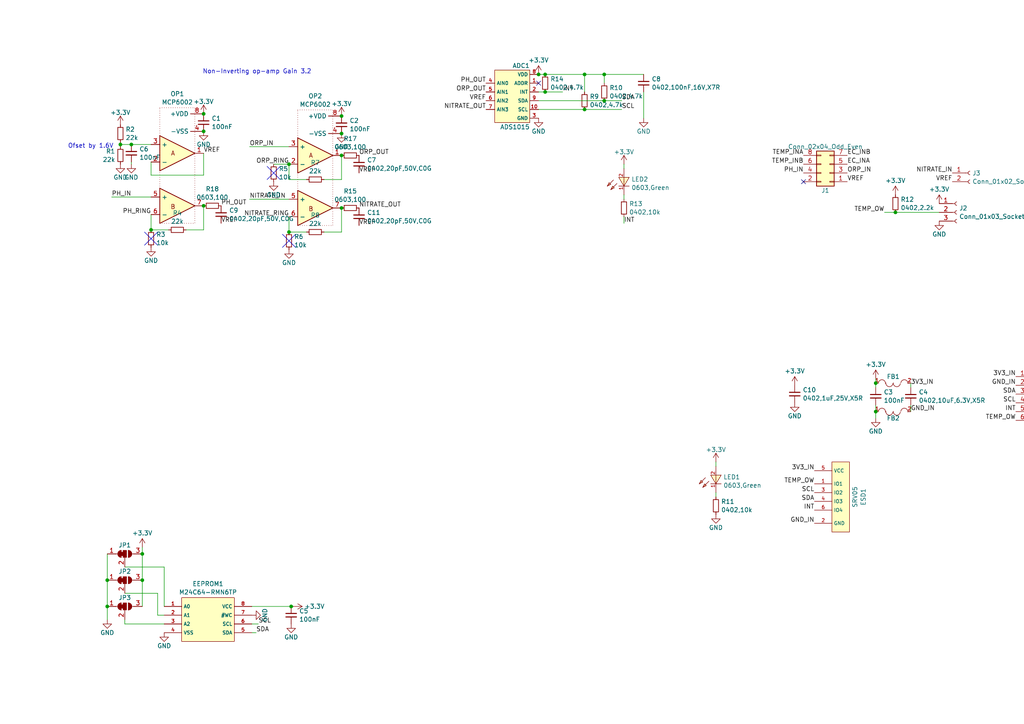
<source format=kicad_sch>
(kicad_sch (version 20230121) (generator eeschema)
  (paper "A4")
  (lib_symbols
    (symbol "Connector:Conn_01x02_Socket" (pin_names (offset 1.016) hide)
      (property "Reference" "J" (at 0 2.54 0))
      (property "Value" "Conn_01x02_Socket" (at 0 -5.08 0))
      (symbol "Conn_01x02_Socket_1_1"
        (arc (start 0 -2.032) (mid -0.5058 -2.54) (end 0 -3.048) (stroke (width 0.1524)))
        (polyline (pts (xy -1.27 -2.54) (xy -0.508 -2.54)) (stroke (width 0.1524)))
        (polyline (pts (xy -1.27 0) (xy -0.508 0)) (stroke (width 0.1524)))
        (arc (start 0 0.508) (mid -0.5058 0) (end 0 -0.508) (stroke (width 0.1524)))
        (pin passive line (at -5.08 0 0) (length 3.81) (name "Pin_1") (number "1"))
        (pin passive line (at -5.08 -2.54 0) (length 3.81) (name "Pin_2") (number "2"))
      )
    )
    (symbol "Connector:Conn_01x03_Socket" (pin_names (offset 1.016) hide)
      (property "Reference" "J" (at 0 5.08 0))
      (property "Value" "Conn_01x03_Socket" (at 0 -5.08 0))
      (symbol "Conn_01x03_Socket_1_1"
        (arc (start 0 -2.032) (mid -0.5058 -2.54) (end 0 -3.048) (stroke (width 0.1524)))
        (polyline (pts (xy -1.27 -2.54) (xy -0.508 -2.54)) (stroke (width 0.1524)))
        (polyline (pts (xy -1.27 0) (xy -0.508 0)) (stroke (width 0.1524)))
        (polyline (pts (xy -1.27 2.54) (xy -0.508 2.54)) (stroke (width 0.1524)))
        (arc (start 0 0.508) (mid -0.5058 0) (end 0 -0.508) (stroke (width 0.1524)))
        (arc (start 0 3.048) (mid -0.5058 2.54) (end 0 2.032) (stroke (width 0.1524)))
        (pin passive line (at -5.08 2.54 0) (length 3.81) (name "Pin_1") (number "1"))
        (pin passive line (at -5.08 0 0) (length 3.81) (name "Pin_2") (number "2"))
        (pin passive line (at -5.08 -2.54 0) (length 3.81) (name "Pin_3") (number "3"))
      )
    )
    (symbol "Connector_Generic:Conn_01x06" (pin_names (offset 1.016) hide)
      (property "Reference" "J" (at 0 7.62 0))
      (property "Value" "Conn_01x06" (at 0 -10.16 0))
      (symbol "Conn_01x06_1_1"
        (rectangle (start -1.27 -7.493) (end 0 -7.747) (stroke (width 0.1524)))
        (rectangle (start -1.27 -4.953) (end 0 -5.207) (stroke (width 0.1524)))
        (rectangle (start -1.27 -2.413) (end 0 -2.667) (stroke (width 0.1524)))
        (rectangle (start -1.27 0.127) (end 0 -0.127) (stroke (width 0.1524)))
        (rectangle (start -1.27 2.667) (end 0 2.413) (stroke (width 0.1524)))
        (rectangle (start -1.27 5.207) (end 0 4.953) (stroke (width 0.1524)))
        (rectangle (start -1.27 6.35) (end 1.27 -8.89) (stroke (width 0.254)) (fill (type background)))
        (pin passive line (at -5.08 5.08 0) (length 3.81) (name "Pin_1") (number "1"))
        (pin passive line (at -5.08 2.54 0) (length 3.81) (name "Pin_2") (number "2"))
        (pin passive line (at -5.08 0 0) (length 3.81) (name "Pin_3") (number "3"))
        (pin passive line (at -5.08 -2.54 0) (length 3.81) (name "Pin_4") (number "4"))
        (pin passive line (at -5.08 -5.08 0) (length 3.81) (name "Pin_5") (number "5"))
        (pin passive line (at -5.08 -7.62 0) (length 3.81) (name "Pin_6") (number "6"))
      )
    )
    (symbol "Connector_Generic:Conn_02x04_Odd_Even" (pin_names (offset 1.016) hide)
      (property "Reference" "J" (at 1.27 5.08 0))
      (property "Value" "Conn_02x04_Odd_Even" (at 1.27 -7.62 0))
      (symbol "Conn_02x04_Odd_Even_1_1"
        (rectangle (start -1.27 -4.953) (end 0 -5.207) (stroke (width 0.1524)))
        (rectangle (start -1.27 -2.413) (end 0 -2.667) (stroke (width 0.1524)))
        (rectangle (start -1.27 0.127) (end 0 -0.127) (stroke (width 0.1524)))
        (rectangle (start -1.27 2.667) (end 0 2.413) (stroke (width 0.1524)))
        (rectangle (start -1.27 3.81) (end 3.81 -6.35) (stroke (width 0.254)) (fill (type background)))
        (rectangle (start 3.81 -4.953) (end 2.54 -5.207) (stroke (width 0.1524)))
        (rectangle (start 3.81 -2.413) (end 2.54 -2.667) (stroke (width 0.1524)))
        (rectangle (start 3.81 0.127) (end 2.54 -0.127) (stroke (width 0.1524)))
        (rectangle (start 3.81 2.667) (end 2.54 2.413) (stroke (width 0.1524)))
        (pin passive line (at -5.08 2.54 0) (length 3.81) (name "Pin_1") (number "1"))
        (pin passive line (at 7.62 2.54 180) (length 3.81) (name "Pin_2") (number "2"))
        (pin passive line (at -5.08 0 0) (length 3.81) (name "Pin_3") (number "3"))
        (pin passive line (at 7.62 0 180) (length 3.81) (name "Pin_4") (number "4"))
        (pin passive line (at -5.08 -2.54 0) (length 3.81) (name "Pin_5") (number "5"))
        (pin passive line (at 7.62 -2.54 180) (length 3.81) (name "Pin_6") (number "6"))
        (pin passive line (at -5.08 -5.08 0) (length 3.81) (name "Pin_7") (number "7"))
        (pin passive line (at 7.62 -5.08 180) (length 3.81) (name "Pin_8") (number "8"))
      )
    )
    (symbol "Jumper:SolderJumper_3_Bridged12" (pin_names (offset 0) hide)
      (property "Reference" "JP" (at -2.54 -2.54 0))
      (property "Value" "SolderJumper_3_Bridged12" (at 0 2.794 0))
      (symbol "SolderJumper_3_Bridged12_0_1"
        (rectangle (start -1.016 0.508) (end -0.508 -0.508) (fill (type outline)))
        (arc (start -1.016 1.016) (mid -2.0276 0) (end -1.016 -1.016))
        (arc (start -1.016 1.016) (mid -2.0276 0) (end -1.016 -1.016) (fill (type outline)))
        (rectangle (start -0.508 1.016) (end 0.508 -1.016) (fill (type outline)))
        (polyline (pts (xy -2.54 0) (xy -2.032 0)))
        (polyline (pts (xy -1.016 1.016) (xy -1.016 -1.016)))
        (polyline (pts (xy 0 -1.27) (xy 0 -1.016)))
        (polyline (pts (xy 1.016 1.016) (xy 1.016 -1.016)))
        (polyline (pts (xy 2.54 0) (xy 2.032 0)))
        (arc (start 1.016 -1.016) (mid 2.0276 0) (end 1.016 1.016))
        (arc (start 1.016 -1.016) (mid 2.0276 0) (end 1.016 1.016) (fill (type outline)))
      )
      (symbol "SolderJumper_3_Bridged12_1_1"
        (pin passive line (at -5.08 0 0) (length 2.54) (name "A") (number "1"))
        (pin passive line (at 0 -3.81 90) (length 2.54) (name "C") (number "2"))
        (pin passive line (at 5.08 0 180) (length 2.54) (name "B") (number "3"))
      )
    )
    (symbol "MCP6002T-I_SN_1"
      (property "Reference" "OP" (at 1.27 -1.27 0))
      (property "Value" "MCP6002" (at 5.08 -19.05 0))
      (symbol "MCP6002T-I_SN_1_0_1"
        (polyline (pts (xy 0 -21.59) (xy 10.16 -26.67) (xy 0 -31.75) (xy 0 -21.59)) (stroke (width 0.254)) (fill (type background)))
        (polyline (pts (xy 0 -6.35) (xy 10.16 -11.43) (xy 0 -16.51) (xy 0 -6.35)) (stroke (width 0.254)) (fill (type background)))
      )
      (symbol "MCP6002T-I_SN_1_1_1"
        (rectangle (start 0 1.778) (end 10.16 -31.75) (stroke (width 0) (type dot)))
        (text "A\n" (at 3.81 -11.43 0) (effects (font (size 1.27 1.27))))
        (text "B\n\n" (at 3.81 -27.94 0) (effects (font (size 1.27 1.27))))
        (pin output line (at 12.7 -11.43 180) (length 2.54) (name "~") (number "1"))
        (pin input line (at -2.54 -13.97 0) (length 2.54) (name "-") (number "2"))
        (pin input line (at -2.54 -8.89 0) (length 2.54) (name "+") (number "3"))
        (pin power_in line (at 12.7 -5.08 180) (length 3.81) (name "-VSS") (number "4"))
        (pin input line (at -2.54 -24.13 0) (length 2.54) (name "+") (number "5"))
        (pin input line (at -2.54 -29.21 0) (length 2.54) (name "-") (number "6"))
        (pin output line (at 12.7 -26.67 180) (length 2.54) (name "~") (number "7"))
        (pin power_in line (at 12.7 0 180) (length 3.81) (name "+VDD") (number "8"))
      )
    )
    (symbol "jlcpcb-basic-capacitor:0402,100nF,16V,X7R "
      (property "Reference" "C" (at 1.71 0.508 0))
      (property "Value" "0402,100nF,16V,X7R " (at 1.71 -1.016 0))
      (symbol "0402,100nF,16V,X7R _0_0"
        (polyline (pts (xy -1.524 -0.508) (xy 1.524 -0.508)) (stroke (width 0.3048)))
        (polyline (pts (xy -1.524 0.508) (xy 1.524 0.508)) (stroke (width 0.3048)))
        (pin passive line (at 0 2.54 270) (length 2.032) (name "~") (number "1"))
        (pin passive line (at 0 -2.54 90) (length 2.032) (name "~") (number "2"))
      )
    )
    (symbol "jlcpcb-basic-capacitor:0402,10uF,6.3V,X5R "
      (property "Reference" "C" (at 1.71 0.508 0))
      (property "Value" "0402,10uF,6.3V,X5R " (at 1.71 -1.016 0))
      (symbol "0402,10uF,6.3V,X5R _0_0"
        (polyline (pts (xy -1.524 -0.508) (xy 1.524 -0.508)) (stroke (width 0.3048)))
        (polyline (pts (xy -1.524 0.508) (xy 1.524 0.508)) (stroke (width 0.3048)))
        (pin passive line (at 0 2.54 270) (length 2.032) (name "~") (number "1"))
        (pin passive line (at 0 -2.54 90) (length 2.032) (name "~") (number "2"))
      )
    )
    (symbol "jlcpcb-basic-capacitor:0402,1uF,25V,X5R "
      (property "Reference" "C" (at 1.71 0.508 0))
      (property "Value" "0402,1uF,25V,X5R " (at 1.71 -1.016 0))
      (symbol "0402,1uF,25V,X5R _0_0"
        (polyline (pts (xy -1.524 -0.508) (xy 1.524 -0.508)) (stroke (width 0.3048)))
        (polyline (pts (xy -1.524 0.508) (xy 1.524 0.508)) (stroke (width 0.3048)))
        (pin passive line (at 0 2.54 270) (length 2.032) (name "~") (number "1"))
        (pin passive line (at 0 -2.54 90) (length 2.032) (name "~") (number "2"))
      )
    )
    (symbol "jlcpcb-basic-capacitor:0402,20pF,50V,C0G "
      (property "Reference" "C" (at 1.71 0.508 0))
      (property "Value" "0402,20pF,50V,C0G " (at 1.71 -1.016 0))
      (symbol "0402,20pF,50V,C0G _0_0"
        (polyline (pts (xy -1.524 -0.508) (xy 1.524 -0.508)) (stroke (width 0.3048)))
        (polyline (pts (xy -1.524 0.508) (xy 1.524 0.508)) (stroke (width 0.3048)))
        (pin passive line (at 0 2.54 270) (length 2.032) (name "~") (number "1"))
        (pin passive line (at 0 -2.54 90) (length 2.032) (name "~") (number "2"))
      )
    )
    (symbol "jlcpcb-basic-resistor:0402,10k"
      (property "Reference" "R" (at 0.762 0.508 0))
      (property "Value" "0402,10k" (at 0.762 -1.016 0))
      (symbol "0402,10k_0_0"
        (rectangle (start -0.762 1.778) (end 0.762 -1.778) (stroke (width 0.2032)))
        (pin passive line (at 0 2.54 270) (length 0.762) (name "~") (number "1"))
        (pin passive line (at 0 -2.54 90) (length 0.762) (name "~") (number "2"))
      )
    )
    (symbol "jlcpcb-basic-resistor:0402,2.2k"
      (property "Reference" "R" (at 0.762 0.508 0))
      (property "Value" "0402,2.2k" (at 0.762 -1.016 0))
      (symbol "0402,2.2k_0_0"
        (rectangle (start -0.762 1.778) (end 0.762 -1.778) (stroke (width 0.2032)))
        (pin passive line (at 0 2.54 270) (length 0.762) (name "~") (number "1"))
        (pin passive line (at 0 -2.54 90) (length 0.762) (name "~") (number "2"))
      )
    )
    (symbol "jlcpcb-basic-resistor:0402,4.7k"
      (property "Reference" "R" (at 0.762 0.508 0))
      (property "Value" "0402,4.7k" (at 0.762 -1.016 0))
      (symbol "0402,4.7k_0_0"
        (rectangle (start -0.762 1.778) (end 0.762 -1.778) (stroke (width 0.2032)))
        (pin passive line (at 0 2.54 270) (length 0.762) (name "~") (number "1"))
        (pin passive line (at 0 -2.54 90) (length 0.762) (name "~") (number "2"))
      )
    )
    (symbol "jlcpcb-basic-resistor:0603,100"
      (property "Reference" "R" (at 0.762 0.508 0))
      (property "Value" "0603,100" (at 0.762 -1.016 0))
      (symbol "0603,100_0_0"
        (rectangle (start -0.762 1.778) (end 0.762 -1.778) (stroke (width 0.2032)))
        (pin passive line (at 0 2.54 270) (length 0.762) (name "~") (number "1"))
        (pin passive line (at 0 -2.54 90) (length 0.762) (name "~") (number "2"))
      )
    )
    (symbol "jlcpcb-basic-resistor:0603,10k"
      (property "Reference" "R" (at 0.762 0.508 0))
      (property "Value" "0603,10k" (at 0.762 -1.016 0))
      (symbol "0603,10k_0_0"
        (rectangle (start -0.762 1.778) (end 0.762 -1.778) (stroke (width 0.2032)))
        (pin passive line (at 0 2.54 270) (length 0.762) (name "~") (number "1"))
        (pin passive line (at 0 -2.54 90) (length 0.762) (name "~") (number "2"))
      )
    )
    (symbol "jlcpcb-basic-resistor:0603,22k"
      (property "Reference" "R" (at 0.762 0.508 0))
      (property "Value" "0603,22k" (at 0.762 -1.016 0))
      (symbol "0603,22k_0_0"
        (rectangle (start -0.762 1.778) (end 0.762 -1.778) (stroke (width 0.2032)))
        (pin passive line (at 0 2.54 270) (length 0.762) (name "~") (number "1"))
        (pin passive line (at 0 -2.54 90) (length 0.762) (name "~") (number "2"))
      )
    )
    (symbol "jlcpcb-chips-crystals:M24C64-RMN6TP"
      (property "Reference" "U" (at 0 1.27 0))
      (property "Value" "M24C64-RMN6TP" (at 0 -2.54 0))
      (symbol "M24C64-RMN6TP_0_1"
        (rectangle (start -7.62 6.35) (end 7.62 -6.35) (fill (type background)))
        (pin unspecified line (at -12.7 3.81 0) (length 5.08) (name "A0") (number "1"))
        (pin unspecified line (at -12.7 1.27 0) (length 5.08) (name "A1") (number "2"))
        (pin unspecified line (at -12.7 -1.27 0) (length 5.08) (name "A2") (number "3"))
        (pin power_in line (at -12.7 -3.81 0) (length 5.08) (name "VSS") (number "4"))
        (pin bidirectional line (at 12.7 -3.81 180) (length 5.08) (name "SDA") (number "5"))
        (pin unspecified line (at 12.7 -1.27 180) (length 5.08) (name "SCL") (number "6"))
        (pin unspecified line (at 12.7 1.27 180) (length 5.08) (name "#WC") (number "7"))
        (pin power_in line (at 12.7 3.81 180) (length 5.08) (name "VCC") (number "8"))
      )
    )
    (symbol "jlcpcb-diodes:0603,Green" (pin_names hide)
      (property "Reference" "LED" (at 0 1.27 0))
      (property "Value" "0603,Green" (at 0 -2.54 0))
      (symbol "0603,Green_0_1"
        (polyline (pts (xy -1.27 1.524) (xy -1.27 -1.524)))
        (polyline (pts (xy -0.508 2.032) (xy -2.286 3.81)))
        (polyline (pts (xy 0.508 3.048) (xy -1.27 4.826)))
        (polyline (pts (xy -2.286 3.81) (xy -1.27 3.302) (xy -1.778 2.794) (xy -2.286 3.81)) (fill (type background)))
        (polyline (pts (xy -1.27 4.826) (xy -0.254 4.318) (xy -0.762 3.81) (xy -1.27 4.826)) (fill (type background)))
        (polyline (pts (xy 1.27 -1.524) (xy -1.27 0) (xy 1.27 1.524) (xy 1.27 -1.524)) (fill (type background)))
        (pin input line (at -3.81 0 0) (length 3.81) (name "C") (number "1"))
        (pin input line (at 3.81 0 180) (length 3.81) (name "A") (number "2"))
      )
    )
    (symbol "jlcpcb-diodes:SRV05"
      (property "Reference" "ESD" (at 0 11.43 0))
      (property "Value" "SRV05" (at 2.54 -11.43 0))
      (symbol "SRV05_0_1"
        (rectangle (start 0 10.16) (end 5.08 -10.16) (fill (type background)))
      )
      (symbol "SRV05_1_1"
        (pin bidirectional line (at -5.08 3.81 0) (length 5.08) (name "IO1") (number "1"))
        (pin power_in line (at -5.08 -7.62 0) (length 5.08) (name "GND") (number "2"))
        (pin bidirectional line (at -5.08 1.27 0) (length 5.08) (name "IO2") (number "3"))
        (pin bidirectional line (at -5.08 -1.27 0) (length 5.08) (name "IO3") (number "4"))
        (pin power_in line (at -5.08 7.62 0) (length 5.08) (name "VCC") (number "5"))
        (pin bidirectional line (at -5.08 -3.81 0) (length 5.08) (name "IO4") (number "6"))
      )
    )
    (symbol "jlcpcb-extended:ADS1115IDGSR"
      (property "Reference" "ADC" (at -5.08 8.89 0))
      (property "Value" "ADS1115" (at -5.08 -8.89 0))
      (symbol "ADS1115IDGSR_0_1"
        (rectangle (start -5.08 7.62) (end 5.08 -7.62) (fill (type background)))
        (pin unspecified line (at -7.62 3.81 0) (length 2.54) (name "ADDR") (number "1"))
        (pin unspecified line (at -7.62 -3.81 0) (length 2.54) (name "SCL") (number "10"))
        (pin unspecified line (at -7.62 -6.35 0) (length 2.54) (name "GND") (number "3"))
        (pin unspecified line (at 7.62 3.81 180) (length 2.54) (name "AIN0") (number "4"))
        (pin unspecified line (at 7.62 1.27 180) (length 2.54) (name "AIN1") (number "5"))
        (pin unspecified line (at 7.62 -1.27 180) (length 2.54) (name "AIN2") (number "6"))
        (pin unspecified line (at 7.62 -3.81 180) (length 2.54) (name "AIN3") (number "7"))
        (pin unspecified line (at -7.62 6.35 0) (length 2.54) (name "VDD") (number "8"))
        (pin unspecified line (at -7.62 -1.27 0) (length 2.54) (name "SDA") (number "9"))
      )
      (symbol "ADS1115IDGSR_1_1"
        (pin unspecified line (at -7.62 1.27 0) (length 2.54) (name "INT") (number "2"))
      )
    )
    (symbol "jlcpcb-inductors-ferrite-beads:0603,200mA" (pin_names hide)
      (property "Reference" "FB" (at 0 1.27 0))
      (property "Value" "0603,200mA" (at 0 -2.54 0))
      (symbol "0603,200mA_0_1"
        (arc (start -2.2674 -0.1341) (mid -3.1595 0.9883) (end -4.2858 0.1011))
        (arc (start -2.1318 0.1001) (mid -1.2406 -1.0269) (end -0.1135 -0.1357))
        (arc (start 0.0196 0.1001) (mid 0.9107 -1.0268) (end 2.0378 -0.1357))
        (arc (start 4.2312 -0.1341) (mid 3.3391 0.9883) (end 2.2128 0.1011))
        (pin unspecified line (at -5.08 0 0) (length 0.762) (name "1") (number "1"))
        (pin unspecified line (at 5.08 0 180) (length 0.762) (name "2") (number "2"))
      )
    )
    (symbol "power:+3.3V" (power) (pin_names (offset 0))
      (property "Value" "+3.3V" (at 0 3.556 0))
      (symbol "+3.3V_0_1"
        (polyline (pts (xy -0.762 1.27) (xy 0 2.54)))
        (polyline (pts (xy 0 0) (xy 0 2.54)))
        (polyline (pts (xy 0 2.54) (xy 0.762 1.27)))
      )
      (symbol "+3.3V_1_1"
        (pin power_in line (at 0 0 90) (length 0) hide (name "+3.3V") (number "1"))
      )
    )
    (symbol "power:GND" (power) (pin_names (offset 0))
      (property "Value" "GND" (at 0 -3.81 0))
      (symbol "GND_0_1"
        (polyline (pts (xy 0 0) (xy 0 -1.27) (xy 1.27 -1.27) (xy 0 -2.54) (xy -1.27 -1.27) (xy 0 -1.27)))
      )
      (symbol "GND_1_1"
        (pin power_in line (at 0 0 270) (length 0) hide (name "GND") (number "1"))
      )
    )
  )
  (junction (at 99.06 38.735))
  (junction (at 99.06 45.085))
  (junction (at 59.055 38.1))
  (junction (at 158.115 26.67))
  (junction (at 83.82 47.625))
  (junction (at 43.815 66.675))
  (junction (at 41.275 160.655))
  (junction (at 259.715 61.595))
  (junction (at 59.055 33.02))
  (junction (at 158.115 21.59))
  (junction (at 31.115 175.895))
  (junction (at 175.26 21.59))
  (junction (at 254 111.125))
  (junction (at 254 119.38))
  (junction (at 169.545 31.75))
  (junction (at 59.055 59.69))
  (junction (at 34.925 41.91))
  (junction (at 99.06 33.655))
  (junction (at 41.275 168.275))
  (junction (at 84.455 175.895))
  (junction (at 31.115 168.275))
  (junction (at 99.06 60.325))
  (junction (at 38.1 41.91))
  (junction (at 169.545 21.59))
  (junction (at 175.26 29.21))
  (junction (at 156.21 21.59))
  (junction (at 83.82 67.31))
  (no_connect (at 156.21 24.13))
  (no_connect (at 233.045 52.705))
  (wire (pts (xy 41.275 168.275) (xy 41.275 175.895)))
  (wire (pts (xy 34.925 41.91) (xy 34.925 41.275)))
  (wire (pts (xy 254 121.285) (xy 254 119.38)))
  (wire (pts (xy 36.195 180.975) (xy 47.625 180.975)))
  (wire (pts (xy 254 112.395) (xy 254 111.125)))
  (wire (pts (xy 31.115 160.655) (xy 31.115 168.275)))
  (wire (pts (xy 41.275 160.655) (xy 41.275 168.275)))
  (wire (pts (xy 43.815 66.675) (xy 48.895 66.675)))
  (wire (pts (xy 180.34 31.75) (xy 169.545 31.75)))
  (wire (pts (xy 156.21 31.75) (xy 169.545 31.75)))
  (wire (pts (xy 34.925 41.91) (xy 38.1 41.91)))
  (wire (pts (xy 169.545 26.67) (xy 169.545 21.59)))
  (wire (pts (xy 256.54 61.595) (xy 259.715 61.595)))
  (polyline (pts (xy 81.915 71.755) (xy 85.725 67.945)))
  (wire (pts (xy 180.975 56.515) (xy 180.975 57.785)))
  (wire (pts (xy 180.975 48.895) (xy 180.975 47.625)))
  (wire (pts (xy 93.98 52.07) (xy 99.06 52.07)))
  (wire (pts (xy 31.115 175.895) (xy 31.115 179.705)))
  (wire (pts (xy 45.72 178.435) (xy 47.625 178.435)))
  (wire (pts (xy 41.275 158.75) (xy 41.275 160.655)))
  (wire (pts (xy 99.06 67.31) (xy 99.06 60.325)))
  (wire (pts (xy 186.69 34.29) (xy 186.69 26.67)))
  (wire (pts (xy 72.39 57.785) (xy 83.82 57.785)))
  (wire (pts (xy 53.975 66.675) (xy 59.055 66.675)))
  (wire (pts (xy 264.16 119.38) (xy 264.16 117.475)))
  (wire (pts (xy 47.625 164.465) (xy 47.625 175.895)))
  (wire (pts (xy 254 117.475) (xy 254 119.38)))
  (wire (pts (xy 83.82 62.865) (xy 83.82 67.31)))
  (wire (pts (xy 36.195 164.465) (xy 47.625 164.465)))
  (wire (pts (xy 156.21 29.21) (xy 175.26 29.21)))
  (wire (pts (xy 186.69 21.59) (xy 175.26 21.59)))
  (wire (pts (xy 38.1 41.91) (xy 43.815 41.91)))
  (wire (pts (xy 83.82 47.625) (xy 83.82 52.07)))
  (wire (pts (xy 175.26 21.59) (xy 169.545 21.59)))
  (wire (pts (xy 259.715 61.595) (xy 272.415 61.595)))
  (wire (pts (xy 74.295 183.515) (xy 73.025 183.515)))
  (wire (pts (xy 156.21 21.59) (xy 158.115 21.59)))
  (polyline (pts (xy 77.47 52.07) (xy 81.28 48.26)))
  (wire (pts (xy 83.82 67.31) (xy 88.9 67.31)))
  (wire (pts (xy 31.115 168.275) (xy 31.115 175.895)))
  (wire (pts (xy 83.82 52.07) (xy 88.9 52.07)))
  (wire (pts (xy 254 109.855) (xy 254 111.125)))
  (wire (pts (xy 175.26 24.13) (xy 175.26 21.59)))
  (wire (pts (xy 158.115 21.59) (xy 169.545 21.59)))
  (wire (pts (xy 180.975 64.77) (xy 180.975 62.865)))
  (wire (pts (xy 43.815 46.99) (xy 43.815 50.8)))
  (wire (pts (xy 85.09 175.895) (xy 84.455 175.895)))
  (wire (pts (xy 207.645 142.875) (xy 207.645 144.145)))
  (wire (pts (xy 163.195 26.67) (xy 158.115 26.67)))
  (wire (pts (xy 36.195 172.085) (xy 45.72 172.085)))
  (wire (pts (xy 59.055 66.675) (xy 59.055 59.69)))
  (polyline (pts (xy 81.915 67.945) (xy 85.725 71.755)))
  (wire (pts (xy 43.815 62.23) (xy 43.815 66.675)))
  (wire (pts (xy 45.72 172.085) (xy 45.72 178.435)))
  (polyline (pts (xy 41.91 67.31) (xy 45.72 71.12)))
  (wire (pts (xy 83.82 47.625) (xy 79.375 47.625)))
  (wire (pts (xy 264.16 112.395) (xy 264.16 111.125)))
  (wire (pts (xy 72.39 42.545) (xy 83.82 42.545)))
  (wire (pts (xy 38.1 47.625) (xy 38.1 46.99)))
  (wire (pts (xy 158.115 26.67) (xy 156.21 26.67)))
  (wire (pts (xy 32.385 57.15) (xy 43.815 57.15)))
  (wire (pts (xy 36.195 179.705) (xy 36.195 180.975)))
  (wire (pts (xy 59.055 50.8) (xy 59.055 44.45)))
  (wire (pts (xy 43.815 50.8) (xy 59.055 50.8)))
  (wire (pts (xy 180.34 29.21) (xy 175.26 29.21)))
  (polyline (pts (xy 41.91 71.12) (xy 45.72 67.31)))
  (wire (pts (xy 74.93 180.975) (xy 73.025 180.975)))
  (wire (pts (xy 207.645 135.255) (xy 207.645 133.985)))
  (wire (pts (xy 99.06 52.07) (xy 99.06 45.085)))
  (wire (pts (xy 93.98 67.31) (xy 99.06 67.31)))
  (polyline (pts (xy 77.47 48.26) (xy 81.28 52.07)))
  (wire (pts (xy 84.455 175.895) (xy 73.025 175.895)))
  (wire (pts (xy 34.925 42.545) (xy 34.925 41.91)))
  (text " Non-Inverting op-amp Gain 3.2" (at 57.785 21.59 0) (effects (font (size 1.27 1.27)) (justify left bottom)))
  (text "Ofset by 1.6V" (at 19.685 43.18 0) (effects (font (size 1.27 1.27)) (justify left bottom)))
  (label "3V3_IN" (at 264.16 111.76 0))
  (label "VREF" (at 104.14 65.405 0))
  (label "NITRATE_OUT" (at 104.14 60.325 0))
  (label "NITRATE_IN" (at 276.225 50.165 180))
  (label "PH_IN" (at 233.045 50.165 180))
  (label "GND_IN" (at 264.16 119.38 0))
  (label "ORP_OUT" (at 140.97 26.67 180))
  (label "SCL" (at 180.34 31.75 0))
  (label "EC_INB" (at 245.745 45.085 0))
  (label "ORP_RING" (at 83.82 47.625 180))
  (label "SDA" (at 236.22 145.415 180))
  (label "SDA" (at 74.295 183.515 0))
  (label "VREF" (at 245.745 52.705 0))
  (label "SCL" (at 74.93 180.975 0))
  (label "SDA" (at 180.34 29.21 0))
  (label "VREF" (at 59.055 44.45 0))
  (label "EC_INA" (at 245.745 47.625 0))
  (label "PH_IN" (at 32.385 57.15 0))
  (label "TEMP_OW" (at 294.64 121.92 180))
  (label "TEMP_OW" (at 256.54 61.595 180))
  (label "GND_IN" (at 236.22 151.765 180))
  (label "PH_RING" (at 43.815 62.23 180))
  (label "SCL" (at 236.22 142.875 180))
  (label "VREF" (at 64.135 64.77 0))
  (label "INT" (at 294.64 119.38 180))
  (label "INT" (at 163.195 26.67 0))
  (label "VREF" (at 104.14 50.165 0))
  (label "VREF" (at 276.225 52.705 180))
  (label "3V3_IN" (at 294.64 109.22 180))
  (label "ORP_IN" (at 245.745 50.165 0))
  (label "PH_OUT" (at 140.97 24.13 180))
  (label "NITRATE_RING" (at 83.82 62.865 180))
  (label "TEMP_OW" (at 236.22 140.335 180))
  (label "NITRATE_IN" (at 72.39 57.785 0))
  (label "PH_OUT" (at 64.135 59.69 0))
  (label "SDA" (at 294.64 114.3 180))
  (label "INT" (at 236.22 147.955 180))
  (label "ORP_OUT" (at 104.14 45.085 0))
  (label "GND_IN" (at 294.64 111.76 180))
  (label "NITRATE_OUT" (at 140.97 31.75 180))
  (label "TEMP_INB" (at 233.045 47.625 180))
  (label "3V3_IN" (at 236.22 136.525 180))
  (label "VREF" (at 140.97 29.21 180))
  (label "ORP_IN" (at 72.39 42.545 0))
  (label "INT" (at 180.975 64.77 0))
  (label "SCL" (at 294.64 116.84 180))
  (label "TEMP_INA" (at 233.045 45.085 180))
  (symbol (lib_id "power:+3.3V") (at 259.715 56.515 0) (unit 1)
    (property "Reference" "#PWR016" (effects hide))
    (property "Value" "+3.3V" (at 259.715 52.3819 0))
  )
  (symbol (lib_id "power:GND") (at 83.82 72.39 0) (unit 1)
    (property "Reference" "#PWR07" (effects hide))
    (property "Value" "GND" (at 83.82 76.2 0))
  )
  (symbol (lib_id "jlcpcb-basic-capacitor:0402,100nF,16V,X7R ") (at 254 114.935 0) (unit 1)
    (property "Reference" "C3" (at 256.3114 113.7229 0) (effects (justify left)))
    (property "Value" "100nF" (at 256.3114 116.1471 0) (effects (justify left)))
    (property "Footprint" "footprint:0402_1005Metric" (effects hide))
    (property "Datasheet" "https://datasheet.lcsc.com/lcsc/1810191219_Samsung-Electro-Mechanics-CL05B104KO5NNNC_C1525.pdf" (effects hide))
    (property "LCSC" "C1525" (effects hide))
    (property "MFG" "Samsung Electro-Mechanics" (effects hide))
    (property "MFGPN" "CL05B104KO5NNNC" (effects hide))
  )
  (symbol (lib_id "jlcpcb-inductors-ferrite-beads:0603,200mA") (at 259.08 111.125 0) (unit 1)
    (property "Reference" "FB1" (at 259.08 109.22 0))
    (property "Value" "0603,200mA" (effects hide))
    (property "Footprint" "footprint:0603_1608Metric" (effects hide))
    (property "Datasheet" "https://item.szlcsc.com/344093.html" (effects hide))
    (property "LCSC" "C1002" (effects hide))
  )
  (symbol (lib_id "power:GND") (at 272.415 64.135 0) (unit 1)
    (property "Reference" "#PWR018" (effects hide))
    (property "Value" "GND" (at 272.415 67.945 0))
  )
  (symbol (lib_id "jlcpcb-basic-resistor:0402,4.7k") (at 175.26 26.67 0) (unit 1)
    (property "Reference" "R10" (at 176.7586 25.4579 0) (effects (justify left)))
    (property "Value" "0402,4.7k" (at 176.7586 27.8821 0) (effects (justify left)))
    (property "Footprint" "footprint:0402_1005Metric" (effects hide))
    (property "Datasheet" "https://datasheet.lcsc.com/lcsc/2110260030_UNI-ROYAL-Uniroyal-Elec-0402WGF4701TCE_C25900.pdf" (effects hide))
    (property "LCSC" "C25900" (effects hide))
    (property "MFG" "UNI-ROYAL(Uniroyal Elec)" (effects hide))
    (property "MFGPN" "0402WGF4701TCE" (effects hide))
  )
  (symbol (lib_id "power:GND") (at 43.815 71.755 0) (unit 1)
    (property "Reference" "#PWR03" (effects hide))
    (property "Value" "GND" (at 43.815 75.565 0))
  )
  (symbol (lib_id "jlcpcb-basic-capacitor:0402,20pF,50V,C0G ") (at 104.14 62.865 0) (unit 1)
    (property "Reference" "C11" (at 106.4514 61.6529 0) (effects (justify left)))
    (property "Value" "0402,20pF,50V,C0G " (at 106.4514 64.0771 0) (effects (justify left)))
    (property "Footprint" "footprint:0402_1005Metric" (effects hide))
    (property "Datasheet" "https://datasheet.lcsc.com/lcsc/1811141710_FH-Guangdong-Fenghua-Advanced-Tech-0402CG200J500NT_C1554.pdf" (effects hide))
    (property "LCSC" "C1554" (effects hide))
    (property "MFG" "FH(Guangdong Fenghua Advanced Tech)" (effects hide))
    (property "MFGPN" "0402CG200J500NT" (effects hide))
  )
  (symbol (lib_id "Jumper:SolderJumper_3_Bridged12") (at 36.195 160.655 0) (unit 1)
    (property "Reference" "JP1" (at 36.195 158.115 0))
    (property "Value" "SolderJumper_3_Bridged12" (effects hide))
    (property "Footprint" "Jumper:SolderJumper-3_P1.3mm_Bridged12_RoundedPad1.0x1.5mm_NumberLabels" (effects hide))
  )
  (symbol (lib_id "power:+3.3V") (at 272.415 59.055 0) (unit 1)
    (property "Reference" "#PWR017" (effects hide))
    (property "Value" "+3.3V" (at 272.415 54.9219 0))
  )
  (symbol (lib_id "jlcpcb-extended:ADS1115IDGSR") (at 148.59 27.94 0) (mirror y) (unit 1)
    (property "Reference" "ADC1" (at 153.67 19.05 0) (effects (justify left)))
    (property "Value" "ADS1015" (at 153.67 36.83 0) (effects (justify left)))
    (property "Footprint" "footprint:MSOP-10_L3.0-W3.0-P0.50-LS5.0-BL" (effects hide))
    (property "Datasheet" "https://item.szlcsc.com/221388.html" (effects hide))
    (property "LCSC" "C193969" (effects hide))
  )
  (symbol (lib_id "jlcpcb-basic-resistor:0603,22k") (at 34.925 45.085 0) (mirror x) (unit 1)
    (property "Reference" "R1" (at 33.4264 43.8729 0) (effects (justify right)))
    (property "Value" "22k" (at 33.4264 46.2971 0) (effects (justify right)))
    (property "Footprint" "footprint:0603_1608Metric" (effects hide))
    (property "Datasheet" "https://datasheet.lcsc.com/lcsc/2110260230_UNI-ROYAL-Uniroyal-Elec-0603WAF2202T5E_C31850.pdf" (effects hide))
    (property "LCSC" "C31850" (effects hide))
    (property "MFG" "UNI-ROYAL(Uniroyal Elec)" (effects hide))
    (property "MFGPN" "0603WAF2202T5E" (effects hide))
  )
  (symbol (lib_id "power:GND") (at 79.375 52.705 0) (unit 1)
    (property "Reference" "#PWR06" (effects hide))
    (property "Value" "GND" (at 79.375 56.515 0))
  )
  (symbol (lib_id "jlcpcb-basic-resistor:0603,100") (at 61.595 59.69 270) (unit 1)
    (property "Reference" "R18" (at 61.595 54.8091 90))
    (property "Value" "0603,100" (at 61.595 57.2333 90))
    (property "Footprint" "footprint:0603_1608Metric" (effects hide))
    (property "Datasheet" "https://datasheet.lcsc.com/lcsc/2110252030_UNI-ROYAL-Uniroyal-Elec-0603WAF1000T5E_C22775.pdf" (effects hide))
    (property "LCSC" "C22775" (effects hide))
    (property "MFG" "UNI-ROYAL(Uniroyal Elec)" (effects hide))
    (property "MFGPN" "0603WAF1000T5E" (effects hide))
  )
  (symbol (lib_id "jlcpcb-basic-capacitor:0402,20pF,50V,C0G ") (at 104.14 47.625 0) (unit 1)
    (property "Reference" "C7" (at 106.4514 46.4129 0) (effects (justify left)))
    (property "Value" "0402,20pF,50V,C0G " (at 106.4514 48.8371 0) (effects (justify left)))
    (property "Footprint" "footprint:0402_1005Metric" (effects hide))
    (property "Datasheet" "https://datasheet.lcsc.com/lcsc/1811141710_FH-Guangdong-Fenghua-Advanced-Tech-0402CG200J500NT_C1554.pdf" (effects hide))
    (property "LCSC" "C1554" (effects hide))
    (property "MFG" "FH(Guangdong Fenghua Advanced Tech)" (effects hide))
    (property "MFGPN" "0402CG200J500NT" (effects hide))
  )
  (symbol (lib_id "jlcpcb-basic-resistor:0603,22k") (at 34.925 38.735 180) (unit 1)
    (property "Reference" "R2" (at 36.4236 37.5229 0) (effects (justify right)))
    (property "Value" "22k" (at 36.4236 39.9471 0) (effects (justify right)))
    (property "Footprint" "footprint:0603_1608Metric" (effects hide))
    (property "Datasheet" "https://datasheet.lcsc.com/lcsc/2110260230_UNI-ROYAL-Uniroyal-Elec-0603WAF2202T5E_C31850.pdf" (effects hide))
    (property "LCSC" "C31850" (effects hide))
    (property "MFG" "UNI-ROYAL(Uniroyal Elec)" (effects hide))
    (property "MFGPN" "0603WAF2202T5E" (effects hide))
  )
  (symbol (lib_id "power:GND") (at 84.455 180.975 0) (unit 1)
    (property "Reference" "#PWR024" (effects hide))
    (property "Value" "GND" (at 84.455 184.785 0))
  )
  (symbol (lib_id "power:+3.3V") (at 41.275 158.75 0) (unit 1)
    (property "Reference" "#PWR023" (effects hide))
    (property "Value" "+3.3V" (at 41.275 154.6169 0))
  )
  (symbol (lib_id "jlcpcb-basic-resistor:0402,4.7k") (at 158.115 24.13 0) (unit 1)
    (property "Reference" "R14" (at 159.6136 22.9179 0) (effects (justify left)))
    (property "Value" "0402,4.7k" (at 159.6136 25.3421 0) (effects (justify left)))
    (property "Footprint" "footprint:0402_1005Metric" (effects hide))
    (property "Datasheet" "https://datasheet.lcsc.com/lcsc/2110260030_UNI-ROYAL-Uniroyal-Elec-0402WGF4701TCE_C25900.pdf" (effects hide))
    (property "LCSC" "C25900" (effects hide))
    (property "MFG" "UNI-ROYAL(Uniroyal Elec)" (effects hide))
    (property "MFGPN" "0402WGF4701TCE" (effects hide))
  )
  (symbol (lib_id "jlcpcb-basic-resistor:0603,22k") (at 91.44 52.07 90) (unit 1)
    (property "Reference" "R7" (at 91.44 47.1891 90))
    (property "Value" "22k" (at 91.44 49.6133 90))
    (property "Footprint" "footprint:0603_1608Metric" (effects hide))
    (property "Datasheet" "https://datasheet.lcsc.com/lcsc/2110260230_UNI-ROYAL-Uniroyal-Elec-0603WAF2202T5E_C31850.pdf" (effects hide))
    (property "LCSC" "C31850" (effects hide))
    (property "MFG" "UNI-ROYAL(Uniroyal Elec)" (effects hide))
    (property "MFGPN" "0603WAF2202T5E" (effects hide))
  )
  (symbol (lib_id "power:+3.3V") (at 156.21 21.59 0) (unit 1)
    (property "Reference" "#PWR010" (effects hide))
    (property "Value" "+3.3V" (at 156.21 17.4569 0))
  )
  (symbol (lib_id "power:GND") (at 156.21 34.29 0) (unit 1)
    (property "Reference" "#PWR011" (effects hide))
    (property "Value" "GND" (at 156.21 38.1 0))
  )
  (symbol (lib_id "Connector:Conn_01x02_Socket") (at 281.305 50.165 0) (unit 1)
    (property "Reference" "J3" (at 282.0162 50.2229 0) (effects (justify left)))
    (property "Value" "Conn_01x02_Socket" (at 282.0162 52.6471 0) (effects (justify left)))
    (property "Footprint" "Connector_Wire:SolderWire-0.5sqmm_1x02_P4.6mm_D0.9mm_OD2.1mm_Relief" (effects hide))
  )
  (symbol (lib_id "jlcpcb-basic-resistor:0603,10k") (at 79.375 50.165 0) (unit 1)
    (property "Reference" "R5" (at 80.8736 48.9529 0) (effects (justify left)))
    (property "Value" "10k" (at 80.8736 51.3771 0) (effects (justify left)))
    (property "Footprint" "footprint:0603_1608Metric" (effects hide))
    (property "Datasheet" "https://datasheet.lcsc.com/lcsc/2110260030_UNI-ROYAL-Uniroyal-Elec-0603WAF1002T5E_C25804.pdf" (effects hide))
    (property "LCSC" "C25804" (effects hide))
    (property "MFG" "UNI-ROYAL(Uniroyal Elec)" (effects hide))
    (property "MFGPN" "0603WAF1002T5E" (effects hide))
  )
  (symbol (lib_id "power:+3.3V") (at 59.055 33.02 0) (unit 1)
    (property "Reference" "#PWR04" (effects hide))
    (property "Value" "+3.3V" (at 59.055 29.464 0))
  )
  (symbol (lib_id "jlcpcb-diodes:0603,Green") (at 207.645 139.065 90) (unit 1)
    (property "Reference" "LED1" (at 209.804 138.3609 90) (effects (justify right)))
    (property "Value" "0603,Green" (at 209.804 140.7851 90) (effects (justify right)))
    (property "Footprint" "footprint:LED0603" (effects hide))
    (property "Datasheet" "https://item.szlcsc.com/347874.html" (effects hide))
    (property "LCSC" "C72043" (effects hide))
  )
  (symbol (lib_id "power:+3.3V") (at 254 109.855 0) (unit 1)
    (property "Reference" "#PWR014" (effects hide))
    (property "Value" "+3.3V" (at 254 105.7219 0))
  )
  (symbol (lib_id "jlcpcb-inductors-ferrite-beads:0603,200mA") (at 259.08 119.38 0) (unit 1)
    (property "Reference" "FB2" (at 259.08 121.285 0))
    (property "Value" "0603,200mA" (effects hide))
    (property "Footprint" "footprint:0603_1608Metric" (effects hide))
    (property "Datasheet" "https://item.szlcsc.com/344093.html" (effects hide))
    (property "LCSC" "C1002" (effects hide))
  )
  (symbol (lib_id "power:+3.3V") (at 230.505 111.76 0) (unit 1)
    (property "Reference" "#PWR028" (effects hide))
    (property "Value" "+3.3V" (at 230.505 107.6269 0))
  )
  (symbol (lib_id "jlcpcb-basic-resistor:0402,10k") (at 180.975 60.325 0) (unit 1)
    (property "Reference" "R13" (at 182.4736 59.1129 0) (effects (justify left)))
    (property "Value" "0402,10k" (at 182.4736 61.5371 0) (effects (justify left)))
    (property "Footprint" "footprint:0402_1005Metric" (effects hide))
    (property "Datasheet" "https://datasheet.lcsc.com/lcsc/2110260030_UNI-ROYAL-Uniroyal-Elec-0402WGF1002TCE_C25744.pdf" (effects hide))
    (property "LCSC" "C25744" (effects hide))
    (property "MFG" "UNI-ROYAL(Uniroyal Elec)" (effects hide))
    (property "MFGPN" "0402WGF1002TCE" (effects hide))
  )
  (symbol (lib_id "power:GND") (at 59.055 38.1 0) (unit 1)
    (property "Reference" "#PWR05" (effects hide))
    (property "Value" "GND" (at 59.055 41.91 0))
  )
  (symbol (lib_id "jlcpcb-basic-capacitor:0402,10uF,6.3V,X5R ") (at 264.16 114.935 0) (unit 1)
    (property "Reference" "C4" (at 266.4714 113.7229 0) (effects (justify left)))
    (property "Value" "0402,10uF,6.3V,X5R " (at 266.4714 116.1471 0) (effects (justify left)))
    (property "Footprint" "footprint:0402_1005Metric" (effects hide))
    (property "Datasheet" "https://datasheet.lcsc.com/lcsc/1810191215_Samsung-Electro-Mechanics-CL05A106MQ5NUNC_C15525.pdf" (effects hide))
    (property "LCSC" "C15525" (effects hide))
    (property "MFG" "Samsung Electro-Mechanics" (effects hide))
    (property "MFGPN" "CL05A106MQ5NUNC" (effects hide))
  )
  (symbol (lib_id "jlcpcb-basic-resistor:0603,22k") (at 91.44 67.31 90) (unit 1)
    (property "Reference" "R8" (at 91.44 62.4291 90))
    (property "Value" "22k" (at 91.44 64.8533 90))
    (property "Footprint" "footprint:0603_1608Metric" (effects hide))
    (property "Datasheet" "https://datasheet.lcsc.com/lcsc/2110260230_UNI-ROYAL-Uniroyal-Elec-0603WAF2202T5E_C31850.pdf" (effects hide))
    (property "LCSC" "C31850" (effects hide))
    (property "MFG" "UNI-ROYAL(Uniroyal Elec)" (effects hide))
    (property "MFGPN" "0603WAF2202T5E" (effects hide))
  )
  (symbol (lib_name "MCP6002T-I_SN_1") (lib_id "jlcpcb-analog:MCP6002T-I_SN") (at 86.36 33.655 0) (unit 1)
    (property "Reference" "OP2" (at 91.44 27.8597 0))
    (property "Value" "MCP6002" (at 91.44 30.2839 0))
    (property "Footprint" "footprint:SOIC-8_L4.9-W3.9-P1.27-LS6.0-BL" (effects hide))
    (property "Datasheet" "https://so.szlcsc.com/global.html?c=&k=C9843" (effects hide))
    (property "LCSC" "C7377" (effects hide))
  )
  (symbol (lib_id "jlcpcb-chips-crystals:M24C64-RMN6TP") (at 60.325 179.705 0) (unit 1)
    (property "Reference" "EEPROM1" (at 60.325 169.3377 0))
    (property "Value" "M24C64-RMN6TP" (at 60.325 171.7619 0))
    (property "Footprint" "footprint:SOIC-8_L5.0-W4.0-P1.27-LS6.0-BL" (effects hide))
    (property "Datasheet" "https://item.szlcsc.com/417287.html" (effects hide))
    (property "LCSC" "C79988" (effects hide))
  )
  (symbol (lib_id "jlcpcb-basic-capacitor:0402,100nF,16V,X7R ") (at 99.06 36.195 0) (unit 1)
    (property "Reference" "C2" (at 101.3714 34.9829 0) (effects (justify left)))
    (property "Value" "100nF" (at 101.3714 37.4071 0) (effects (justify left)))
    (property "Footprint" "footprint:0402_1005Metric" (effects hide))
    (property "Datasheet" "https://datasheet.lcsc.com/lcsc/1810191219_Samsung-Electro-Mechanics-CL05B104KO5NNNC_C1525.pdf" (effects hide))
    (property "LCSC" "C1525" (effects hide))
    (property "MFG" "Samsung Electro-Mechanics" (effects hide))
    (property "MFGPN" "CL05B104KO5NNNC" (effects hide))
  )
  (symbol (lib_id "jlcpcb-basic-resistor:0603,100") (at 101.6 60.325 270) (unit 1)
    (property "Reference" "R15" (at 101.6 55.4441 90))
    (property "Value" "0603,100" (at 101.6 57.8683 90))
    (property "Footprint" "footprint:0603_1608Metric" (effects hide))
    (property "Datasheet" "https://datasheet.lcsc.com/lcsc/2110252030_UNI-ROYAL-Uniroyal-Elec-0603WAF1000T5E_C22775.pdf" (effects hide))
    (property "LCSC" "C22775" (effects hide))
    (property "MFG" "UNI-ROYAL(Uniroyal Elec)" (effects hide))
    (property "MFGPN" "0603WAF1000T5E" (effects hide))
  )
  (symbol (lib_id "power:GND") (at 47.625 183.515 0) (unit 1)
    (property "Reference" "#PWR020" (effects hide))
    (property "Value" "GND" (at 47.625 187.325 0))
  )
  (symbol (lib_id "jlcpcb-basic-resistor:0603,10k") (at 83.82 69.85 0) (unit 1)
    (property "Reference" "R6" (at 85.3186 68.6379 0) (effects (justify left)))
    (property "Value" "10k" (at 85.3186 71.0621 0) (effects (justify left)))
    (property "Footprint" "footprint:0603_1608Metric" (effects hide))
    (property "Datasheet" "https://datasheet.lcsc.com/lcsc/2110260030_UNI-ROYAL-Uniroyal-Elec-0603WAF1002T5E_C25804.pdf" (effects hide))
    (property "LCSC" "C25804" (effects hide))
    (property "MFG" "UNI-ROYAL(Uniroyal Elec)" (effects hide))
    (property "MFGPN" "0603WAF1002T5E" (effects hide))
  )
  (symbol (lib_id "jlcpcb-basic-capacitor:0402,1uF,25V,X5R ") (at 230.505 114.3 0) (unit 1)
    (property "Reference" "C10" (at 232.8164 113.0879 0) (effects (justify left)))
    (property "Value" "0402,1uF,25V,X5R " (at 232.8164 115.5121 0) (effects (justify left)))
    (property "Footprint" "footprint:0402_1005Metric" (effects hide))
    (property "Datasheet" "https://datasheet.lcsc.com/lcsc/1811091611_Samsung-Electro-Mechanics-CL05A105KA5NQNC_C52923.pdf" (effects hide))
    (property "LCSC" "C52923" (effects hide))
    (property "MFG" "Samsung Electro-Mechanics" (effects hide))
    (property "MFGPN" "CL05A105KA5NQNC" (effects hide))
  )
  (symbol (lib_id "power:+3.3V") (at 180.975 47.625 0) (unit 1)
    (property "Reference" "#PWR025" (effects hide))
    (property "Value" "+3.3V" (at 180.975 44.069 0))
  )
  (symbol (lib_id "Jumper:SolderJumper_3_Bridged12") (at 36.195 175.895 0) (unit 1)
    (property "Reference" "JP3" (at 36.195 173.355 0))
    (property "Value" "SolderJumper_3_Bridged12" (effects hide))
    (property "Footprint" "Jumper:SolderJumper-3_P1.3mm_Bridged12_RoundedPad1.0x1.5mm_NumberLabels" (effects hide))
  )
  (symbol (lib_id "power:GND") (at 38.1 47.625 0) (unit 1)
    (property "Reference" "#PWR026" (effects hide))
    (property "Value" "GND" (at 38.1 51.435 0))
  )
  (symbol (lib_id "jlcpcb-basic-resistor:0402,4.7k") (at 169.545 29.21 0) (unit 1)
    (property "Reference" "R9" (at 171.0436 27.9979 0) (effects (justify left)))
    (property "Value" "0402,4.7k" (at 171.0436 30.4221 0) (effects (justify left)))
    (property "Footprint" "footprint:0402_1005Metric" (effects hide))
    (property "Datasheet" "https://datasheet.lcsc.com/lcsc/2110260030_UNI-ROYAL-Uniroyal-Elec-0402WGF4701TCE_C25900.pdf" (effects hide))
    (property "LCSC" "C25900" (effects hide))
    (property "MFG" "UNI-ROYAL(Uniroyal Elec)" (effects hide))
    (property "MFGPN" "0402WGF4701TCE" (effects hide))
  )
  (symbol (lib_id "jlcpcb-basic-resistor:0402,10k") (at 207.645 146.685 0) (unit 1)
    (property "Reference" "R11" (at 209.1436 145.4729 0) (effects (justify left)))
    (property "Value" "0402,10k" (at 209.1436 147.8971 0) (effects (justify left)))
    (property "Footprint" "footprint:0402_1005Metric" (effects hide))
    (property "Datasheet" "https://datasheet.lcsc.com/lcsc/2110260030_UNI-ROYAL-Uniroyal-Elec-0402WGF1002TCE_C25744.pdf" (effects hide))
    (property "LCSC" "C25744" (effects hide))
    (property "MFG" "UNI-ROYAL(Uniroyal Elec)" (effects hide))
    (property "MFGPN" "0402WGF1002TCE" (effects hide))
  )
  (symbol (lib_id "Connector:Conn_01x03_Socket") (at 277.495 61.595 0) (unit 1)
    (property "Reference" "J2" (at 278.2062 60.3829 0) (effects (justify left)))
    (property "Value" "Conn_01x03_Socket" (at 278.2062 62.8071 0) (effects (justify left)))
    (property "Footprint" "Connector_Wire:SolderWire-0.5sqmm_1x03_P4.6mm_D0.9mm_OD2.1mm_Relief" (effects hide))
  )
  (symbol (lib_id "jlcpcb-diodes:0603,Green") (at 180.975 52.705 90) (unit 1)
    (property "Reference" "LED2" (at 183.134 52.0009 90) (effects (justify right)))
    (property "Value" "0603,Green" (at 183.134 54.4251 90) (effects (justify right)))
    (property "Footprint" "footprint:LED0603" (effects hide))
    (property "Datasheet" "https://item.szlcsc.com/347874.html" (effects hide))
    (property "LCSC" "C72043" (effects hide))
  )
  (symbol (lib_id "Jumper:SolderJumper_3_Bridged12") (at 36.195 168.275 0) (unit 1)
    (property "Reference" "JP2" (at 36.195 165.735 0))
    (property "Value" "SolderJumper_3_Bridged12" (effects hide))
    (property "Footprint" "Jumper:SolderJumper-3_P1.3mm_Bridged12_RoundedPad1.0x1.5mm_NumberLabels" (effects hide))
  )
  (symbol (lib_id "power:GND") (at 34.925 47.625 0) (unit 1)
    (property "Reference" "#PWR02" (effects hide))
    (property "Value" "GND" (at 34.925 51.435 0))
  )
  (symbol (lib_id "jlcpcb-basic-resistor:0603,100") (at 101.6 45.085 270) (unit 1)
    (property "Reference" "R17" (at 101.6 40.2041 90))
    (property "Value" "0603,100" (at 101.6 42.6283 90))
    (property "Footprint" "footprint:0603_1608Metric" (effects hide))
    (property "Datasheet" "https://datasheet.lcsc.com/lcsc/2110252030_UNI-ROYAL-Uniroyal-Elec-0603WAF1000T5E_C22775.pdf" (effects hide))
    (property "LCSC" "C22775" (effects hide))
    (property "MFG" "UNI-ROYAL(Uniroyal Elec)" (effects hide))
    (property "MFGPN" "0603WAF1000T5E" (effects hide))
  )
  (symbol (lib_id "jlcpcb-basic-capacitor:0402,100nF,16V,X7R ") (at 186.69 24.13 0) (unit 1)
    (property "Reference" "C8" (at 189.0014 22.9179 0) (effects (justify left)))
    (property "Value" "0402,100nF,16V,X7R " (at 189.0014 25.3421 0) (effects (justify left)))
    (property "Footprint" "footprint:0402_1005Metric" (effects hide))
    (property "Datasheet" "https://datasheet.lcsc.com/lcsc/1810191219_Samsung-Electro-Mechanics-CL05B104KO5NNNC_C1525.pdf" (effects hide))
    (property "LCSC" "C1525" (effects hide))
    (property "MFG" "Samsung Electro-Mechanics" (effects hide))
    (property "MFGPN" "CL05B104KO5NNNC" (effects hide))
  )
  (symbol (lib_id "power:GND") (at 230.505 116.84 0) (unit 1)
    (property "Reference" "#PWR029" (effects hide))
    (property "Value" "GND" (at 230.505 120.65 0))
  )
  (symbol (lib_id "power:GND") (at 207.645 149.225 0) (unit 1)
    (property "Reference" "#PWR013" (effects hide))
    (property "Value" "GND" (at 207.645 153.035 0))
  )
  (symbol (lib_id "power:+3.3V") (at 34.925 36.195 0) (unit 1)
    (property "Reference" "#PWR01" (effects hide))
    (property "Value" "+3.3V" (at 34.925 32.639 0))
  )
  (symbol (lib_id "jlcpcb-basic-capacitor:0402,100nF,16V,X7R ") (at 38.1 44.45 0) (unit 1)
    (property "Reference" "C6" (at 40.4114 43.2379 0) (effects (justify left)))
    (property "Value" "100nF" (at 40.4114 45.6621 0) (effects (justify left)))
    (property "Footprint" "footprint:0402_1005Metric" (effects hide))
    (property "Datasheet" "https://datasheet.lcsc.com/lcsc/1810191219_Samsung-Electro-Mechanics-CL05B104KO5NNNC_C1525.pdf" (effects hide))
    (property "LCSC" "C1525" (effects hide))
    (property "MFG" "Samsung Electro-Mechanics" (effects hide))
    (property "MFGPN" "CL05B104KO5NNNC" (effects hide))
  )
  (symbol (lib_id "Connector_Generic:Conn_02x04_Odd_Even") (at 240.665 50.165 180) (unit 1)
    (property "Reference" "J1" (at 239.395 55.245 0))
    (property "Value" "Conn_02x04_Odd_Even" (at 239.395 42.545 0))
    (property "Footprint" "Connector_PinHeader_2.00mm:PinHeader_2x04_P2.00mm_Horizontal" (effects hide))
  )
  (symbol (lib_id "power:GND") (at 99.06 38.735 0) (unit 1)
    (property "Reference" "#PWR09" (effects hide))
    (property "Value" "GND" (at 99.06 42.545 0))
  )
  (symbol (lib_id "power:+3.3V") (at 85.09 175.895 270) (unit 1)
    (property "Reference" "#PWR021" (effects hide))
    (property "Value" "+3.3V" (at 88.265 175.895 90) (effects (justify left)))
  )
  (symbol (lib_id "power:+3.3V") (at 99.06 33.655 0) (unit 1)
    (property "Reference" "#PWR08" (effects hide))
    (property "Value" "+3.3V" (at 99.06 30.099 0))
  )
  (symbol (lib_id "power:+3.3V") (at 207.645 133.985 0) (unit 1)
    (property "Reference" "#PWR012" (effects hide))
    (property "Value" "+3.3V" (at 207.645 130.429 0))
  )
  (symbol (lib_id "jlcpcb-basic-capacitor:0402,100nF,16V,X7R ") (at 84.455 178.435 0) (unit 1)
    (property "Reference" "C5" (at 86.7664 177.2229 0) (effects (justify left)))
    (property "Value" "100nF" (at 86.7664 179.6471 0) (effects (justify left)))
    (property "Footprint" "footprint:0402_1005Metric" (effects hide))
    (property "Datasheet" "https://datasheet.lcsc.com/lcsc/1810191219_Samsung-Electro-Mechanics-CL05B104KO5NNNC_C1525.pdf" (effects hide))
    (property "LCSC" "C1525" (effects hide))
    (property "MFG" "Samsung Electro-Mechanics" (effects hide))
    (property "MFGPN" "CL05B104KO5NNNC" (effects hide))
  )
  (symbol (lib_id "jlcpcb-diodes:SRV05") (at 241.3 144.145 0) (unit 1)
    (property "Reference" "ESD1" (at 250.3973 144.145 90))
    (property "Value" "SRV05" (at 247.9731 144.145 90))
    (property "Footprint" "footprint:SOT-23-6_L2.9-W1.6-P0.95-LS2.8-BR" (effects hide))
    (property "Datasheet" "https://item.szlcsc.com/169042.html" (effects hide))
    (property "LCSC" "C85364" (effects hide))
  )
  (symbol (lib_id "jlcpcb-basic-resistor:0603,22k") (at 51.435 66.675 90) (unit 1)
    (property "Reference" "R4" (at 51.435 61.7941 90))
    (property "Value" "22k" (at 51.435 64.2183 90))
    (property "Footprint" "footprint:0603_1608Metric" (effects hide))
    (property "Datasheet" "https://datasheet.lcsc.com/lcsc/2110260230_UNI-ROYAL-Uniroyal-Elec-0603WAF2202T5E_C31850.pdf" (effects hide))
    (property "LCSC" "C31850" (effects hide))
    (property "MFG" "UNI-ROYAL(Uniroyal Elec)" (effects hide))
    (property "MFGPN" "0603WAF2202T5E" (effects hide))
  )
  (symbol (lib_id "power:GND") (at 186.69 34.29 0) (unit 1)
    (property "Reference" "#PWR027" (effects hide))
    (property "Value" "GND" (at 186.69 38.1 0))
  )
  (symbol (lib_id "Connector_Generic:Conn_01x06") (at 299.72 114.3 0) (unit 1)
    (property "Reference" "J4" (at 301.752 114.3579 0) (effects (justify left)))
    (property "Value" "Conn_01x06" (at 301.752 116.7821 0) (effects (justify left)))
    (property "Footprint" "Connector_Wire:SolderWire-0.1sqmm_1x06_P3.6mm_D0.4mm_OD1mm_Relief" (effects hide))
  )
  (symbol (lib_id "jlcpcb-basic-resistor:0402,2.2k") (at 259.715 59.055 0) (unit 1)
    (property "Reference" "R12" (at 261.2136 57.8429 0) (effects (justify left)))
    (property "Value" "0402,2.2k" (at 261.2136 60.2671 0) (effects (justify left)))
    (property "Footprint" "footprint:0402_1005Metric" (effects hide))
    (property "Datasheet" "https://datasheet.lcsc.com/lcsc/2110260030_UNI-ROYAL-Uniroyal-Elec-0402WGF2201TCE_C25879.pdf" (effects hide))
    (property "LCSC" "C25879" (effects hide))
    (property "MFG" "UNI-ROYAL(Uniroyal Elec)" (effects hide))
    (property "MFGPN" "0402WGF2201TCE" (effects hide))
  )
  (symbol (lib_id "power:GND") (at 254 121.285 0) (unit 1)
    (property "Reference" "#PWR015" (effects hide))
    (property "Value" "GND" (at 254 125.095 0))
  )
  (symbol (lib_name "MCP6002T-I_SN_1") (lib_id "jlcpcb-analog:MCP6002T-I_SN") (at 46.355 33.02 0) (unit 1)
    (property "Reference" "OP1" (at 51.435 27.2247 0))
    (property "Value" "MCP6002" (at 51.435 29.6489 0))
    (property "Footprint" "footprint:SOIC-8_L4.9-W3.9-P1.27-LS6.0-BL" (effects hide))
    (property "Datasheet" "https://so.szlcsc.com/global.html?c=&k=C9843" (effects hide))
    (property "LCSC" "C7377" (effects hide))
  )
  (symbol (lib_id "power:GND") (at 73.025 178.435 90) (unit 1)
    (property "Reference" "#PWR019" (effects hide))
    (property "Value" "GND" (at 76.835 178.435 0))
  )
  (symbol (lib_id "jlcpcb-basic-capacitor:0402,20pF,50V,C0G ") (at 64.135 62.23 0) (unit 1)
    (property "Reference" "C9" (at 66.4464 61.0179 0) (effects (justify left)))
    (property "Value" "0402,20pF,50V,C0G " (at 66.4464 63.4421 0) (effects (justify left)))
    (property "Footprint" "footprint:0402_1005Metric" (effects hide))
    (property "Datasheet" "https://datasheet.lcsc.com/lcsc/1811141710_FH-Guangdong-Fenghua-Advanced-Tech-0402CG200J500NT_C1554.pdf" (effects hide))
    (property "LCSC" "C1554" (effects hide))
    (property "MFG" "FH(Guangdong Fenghua Advanced Tech)" (effects hide))
    (property "MFGPN" "0402CG200J500NT" (effects hide))
  )
  (symbol (lib_id "jlcpcb-basic-resistor:0603,10k") (at 43.815 69.215 0) (unit 1)
    (property "Reference" "R3" (at 45.3136 68.0029 0) (effects (justify left)))
    (property "Value" "10k" (at 45.3136 70.4271 0) (effects (justify left)))
    (property "Footprint" "footprint:0603_1608Metric" (effects hide))
    (property "Datasheet" "https://datasheet.lcsc.com/lcsc/2110260030_UNI-ROYAL-Uniroyal-Elec-0603WAF1002T5E_C25804.pdf" (effects hide))
    (property "LCSC" "C25804" (effects hide))
    (property "MFG" "UNI-ROYAL(Uniroyal Elec)" (effects hide))
    (property "MFGPN" "0603WAF1002T5E" (effects hide))
  )
  (symbol (lib_id "power:GND") (at 31.115 179.705 0) (unit 1)
    (property "Reference" "#PWR022" (effects hide))
    (property "Value" "GND" (at 31.115 183.515 0))
  )
  (symbol (lib_id "jlcpcb-basic-capacitor:0402,100nF,16V,X7R ") (at 59.055 35.56 0) (unit 1)
    (property "Reference" "C1" (at 61.3664 34.3479 0) (effects (justify left)))
    (property "Value" "100nF" (at 61.3664 36.7721 0) (effects (justify left)))
    (property "Footprint" "footprint:0402_1005Metric" (effects hide))
    (property "Datasheet" "https://datasheet.lcsc.com/lcsc/1810191219_Samsung-Electro-Mechanics-CL05B104KO5NNNC_C1525.pdf" (effects hide))
    (property "LCSC" "C1525" (effects hide))
    (property "MFG" "Samsung Electro-Mechanics" (effects hide))
    (property "MFGPN" "CL05B104KO5NNNC" (effects hide))
  )
)
</source>
